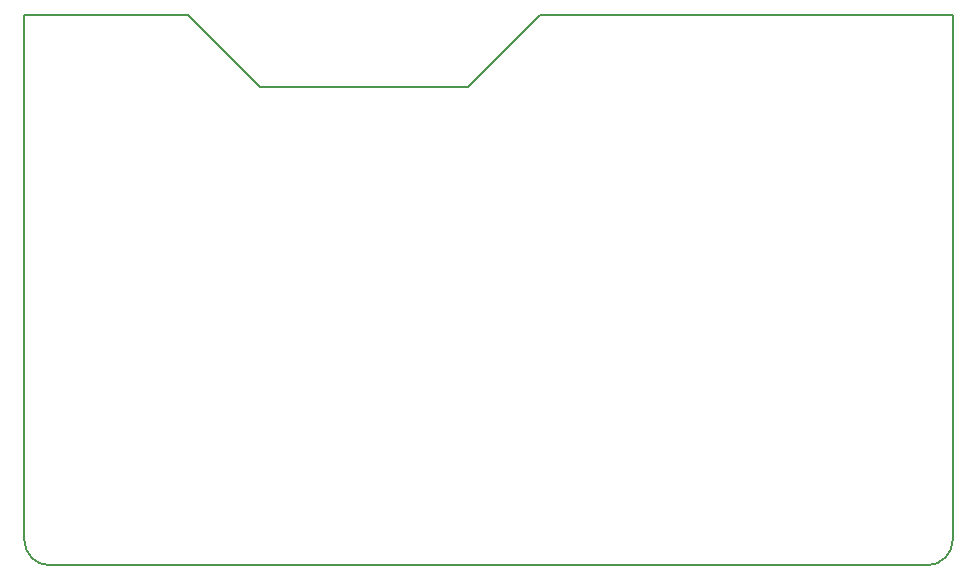
<source format=gko>
G04 start of page 2 for group 5 layer_idx 2 *
G04 Title: (unknown), global_outline *
G04 Creator: pcb-rnd 2.2.0 *
G04 CreationDate: 2020-02-24 19:44:40 UTC *
G04 For:  *
G04 Format: Gerber/RS-274X *
G04 PCB-Dimensions: 316500 593500 *
G04 PCB-Coordinate-Origin: lower left *
%MOIN*%
%FSLAX25Y25*%
%LNGLOBAL_BOUNDARY_UROUTE_5*%
%ADD71C,0.0060*%
G54D71*X3000Y588500D02*Y413500D01*
X57500Y588500D02*X72500Y573500D01*
X3000Y588500D02*X57500D01*
X312500D02*Y413500D01*
X304000Y405000D02*X11500D01*
X312500Y588500D02*X175000D01*
X57500D02*X81500Y564500D01*
X151000D02*X81500D01*
X151000D02*X175000Y588500D01*
X312500Y413500D02*G75*G02X304000Y405000I-8500J0D01*G01*
X11500D02*G75*G02X3000Y413500I0J8500D01*G01*
M02*

</source>
